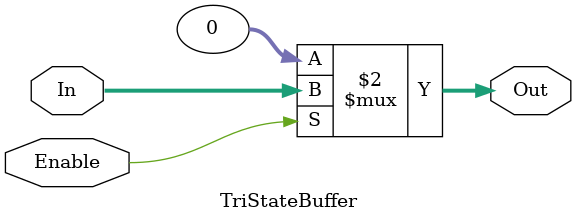
<source format=v>
module Ram256x32(Address, Din, Dout, RW,clk);
input [31:0] Address;
input [31:0]Din;
output [31:0]Dout;
input RW;
input clk;

wire[31:0] Dout0, Dout1, Dout2, Dout3, D0,D1,D2,D3;
wire [3:0]CS;
reg [31:0]memout;

decoder2x4 a(Address[7:6],CS);

Ram64x8 z(Address[5:0], CS[0], Din[31:24], Dout0[31:24], RW,clk);
Ram64x8 b(Address[5:0], CS[0], Din[23:16], Dout0[23:16], RW,clk);
Ram64x8 c(Address[5:0], CS[0], Din[15:8], Dout0[15:8], RW,clk);
Ram64x8 d(Address[5:0], CS[0], Din[7:0], Dout0[7:0], RW,clk);

Ram64x8 e(Address[5:0], CS[1], Din[31:24], Dout1[31:24], RW,clk);
Ram64x8 f(Address[5:0], CS[1], Din[23:16], Dout1[23:16], RW,clk);
Ram64x8 g(Address[5:0], CS[1], Din[15:8], Dout1[15:8], RW,clk);
Ram64x8 h(Address[5:0], CS[1], Din[7:0], Dout1[7:0], RW,clk);

Ram64x8 i(Address[5:0], CS[2], Din[31:24], Dout2[31:24], RW,clk);
Ram64x8 j(Address[5:0], CS[2], Din[23:16], Dout2[23:16], RW,clk);
Ram64x8 k(Address[5:0], CS[2], Din[15:8], Dout2[15:8], RW,clk);
Ram64x8 l(Address[5:0], CS[2], Din[7:0], Dout2[7:0], RW,clk);

Ram64x8 m(Address[5:0], CS[3], Din[31:24], Dout3[31:24], RW,clk);
Ram64x8 n(Address[5:0], CS[3], Din[23:16], Dout3[23:16], RW,clk);
Ram64x8 o(Address[5:0], CS[3], Din[15:8], Dout3[15:8], RW,clk);
Ram64x8 p(Address[5:0], CS[3], Din[7:0], Dout3[7:0], RW,clk);

TriStateBuffer q(Dout0,D0,CS[0]);
TriStateBuffer qq(Dout1,D1,CS[1]);
TriStateBuffer qqq(Dout2,D2,CS[2]);
TriStateBuffer qqqq(Dout3,D3,CS[3]);

always @(posedge clk) begin
memout = D0 | D1 | D2 | D3;
end

assign Dout = memout;
endmodule




module decoder2x4(Select, out);
input [1:0] Select;
output reg [3:0] out;
always @(*)
	begin 
		case(Select)
		2'b00: 
		out <= 4'b0001;
		2'b01: 
		out <= 4'b0010;
		2'b10: 
		out <= 4'b0100;
		2'b11: 
		out <= 4'b1000;
		endcase
	end
endmodule

module TriStateBuffer(In,Out,Enable);
input [31:0]In;
input Enable;
output reg [31:0]Out;

always @(*) begin
Out = Enable? In:32'b0; 
end

endmodule

</source>
